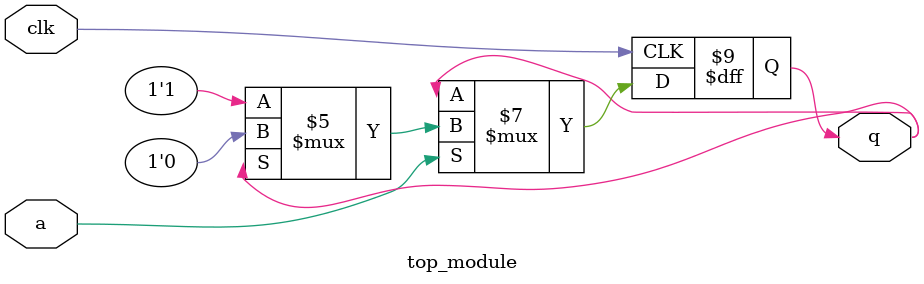
<source format=sv>
module top_module (
    input clk,
    input a,
    output reg q
);

always @(posedge clk) begin
    if (a == 1) begin
        if (q == 0)
            q <= 1;
        else
            q <= 0;
    end
end

endmodule

</source>
